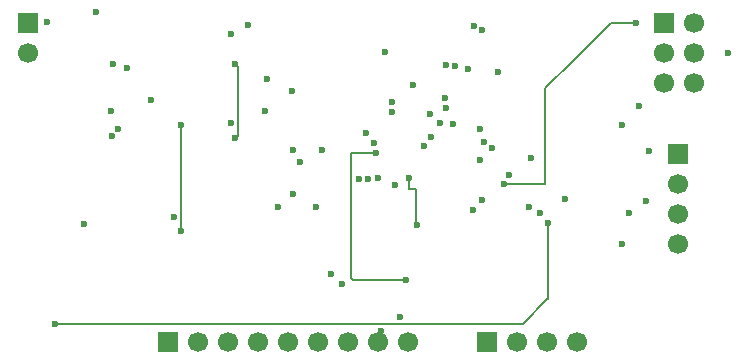
<source format=gbr>
%TF.GenerationSoftware,KiCad,Pcbnew,9.0.2*%
%TF.CreationDate,2025-06-26T23:30:40+05:30*%
%TF.ProjectId,MCU data logger,4d435520-6461-4746-9120-6c6f67676572,VERSION 1*%
%TF.SameCoordinates,Original*%
%TF.FileFunction,Copper,L2,Inr*%
%TF.FilePolarity,Positive*%
%FSLAX46Y46*%
G04 Gerber Fmt 4.6, Leading zero omitted, Abs format (unit mm)*
G04 Created by KiCad (PCBNEW 9.0.2) date 2025-06-26 23:30:40*
%MOMM*%
%LPD*%
G01*
G04 APERTURE LIST*
%TA.AperFunction,ComponentPad*%
%ADD10R,1.700000X1.700000*%
%TD*%
%TA.AperFunction,ComponentPad*%
%ADD11C,1.700000*%
%TD*%
%TA.AperFunction,ViaPad*%
%ADD12C,0.600000*%
%TD*%
%TA.AperFunction,Conductor*%
%ADD13C,0.200000*%
%TD*%
G04 APERTURE END LIST*
D10*
%TO.N,GND*%
%TO.C,J3*%
X150600000Y-78770000D03*
D11*
%TO.N,/VCC*%
X153140000Y-78770000D03*
%TO.N,/RX*%
X155680000Y-78770000D03*
%TO.N,/TX*%
X158220000Y-78770000D03*
%TD*%
D10*
%TO.N,/MISO*%
%TO.C,J4*%
X165630000Y-51790000D03*
D11*
%TO.N,/VCC*%
X168170000Y-51790000D03*
%TO.N,/SCK*%
X165630000Y-54330000D03*
%TO.N,/MOSI*%
X168170000Y-54330000D03*
%TO.N,/RESET*%
X165630000Y-56870000D03*
%TO.N,GND*%
X168170000Y-56870000D03*
%TD*%
D10*
%TO.N,GND*%
%TO.C,BT1*%
X111770000Y-51785000D03*
D11*
%TO.N,/VCC*%
X111770000Y-54325000D03*
%TD*%
D10*
%TO.N,GND*%
%TO.C,J1*%
X166850000Y-62830000D03*
D11*
%TO.N,/VCC*%
X166850000Y-65370000D03*
%TO.N,/SDA*%
X166850000Y-67910000D03*
%TO.N,/SCK*%
X166850000Y-70450000D03*
%TD*%
D10*
%TO.N,/D2*%
%TO.C,J2*%
X123640000Y-78800000D03*
D11*
%TO.N,/D3*%
X126180000Y-78800000D03*
%TO.N,/D4*%
X128720000Y-78800000D03*
%TO.N,/D5*%
X131260000Y-78800000D03*
%TO.N,/D6*%
X133800000Y-78800000D03*
%TO.N,/D7*%
X136340000Y-78800000D03*
%TO.N,/D8*%
X138880000Y-78800000D03*
%TO.N,GND*%
X141420000Y-78800000D03*
%TO.N,/VCC*%
X143960000Y-78800000D03*
%TD*%
D12*
%TO.N,/VCC*%
X151030000Y-62340000D03*
X134140000Y-57550000D03*
X143280000Y-76620000D03*
X116480000Y-68770000D03*
X117500000Y-50830000D03*
X154350000Y-63200000D03*
X150059999Y-63368527D03*
X137450000Y-73030000D03*
X162089000Y-60420000D03*
X119434246Y-60723316D03*
X142040000Y-54240000D03*
%TO.N,GND*%
X131830000Y-59180000D03*
X119010000Y-55250000D03*
X122190000Y-58285000D03*
X132920000Y-67310000D03*
X118870000Y-61300000D03*
X113430000Y-51710000D03*
X118780000Y-59200000D03*
X134200000Y-66250000D03*
X130380000Y-51970000D03*
X128975735Y-52704265D03*
X150060000Y-60720000D03*
X134180000Y-62510000D03*
X150390000Y-61860000D03*
X157250000Y-66690000D03*
X138400000Y-73850000D03*
X131980000Y-56520000D03*
X145910000Y-61430000D03*
X136190000Y-67350000D03*
X146630000Y-60230000D03*
X147760001Y-60279451D03*
X120160000Y-55550000D03*
X164080000Y-66810000D03*
X145303890Y-62208472D03*
X140400000Y-61110000D03*
X164390000Y-62600000D03*
X141660000Y-77820000D03*
%TO.N,Net-(U4-PB6)*%
X143790000Y-73560000D03*
X141238000Y-62740000D03*
%TO.N,Net-(U4-PB7)*%
X144060000Y-64890000D03*
X142857468Y-65459203D03*
X141086037Y-61954565D03*
X144720000Y-68870000D03*
%TO.N,/SCK*%
X128950000Y-60269000D03*
X162090000Y-70470000D03*
X145850000Y-59430000D03*
X124760000Y-60370000D03*
X124770000Y-69380000D03*
X152500000Y-64640000D03*
%TO.N,Net-(D1-K)*%
X134800000Y-63530000D03*
X150237928Y-52381850D03*
%TO.N,Net-(D2-K)*%
X114090000Y-77220000D03*
X155780000Y-68670000D03*
%TO.N,/SDA*%
X129310000Y-61540000D03*
X149510000Y-52050000D03*
X162689000Y-67890000D03*
X149060000Y-55690000D03*
X151536382Y-55900000D03*
X129320000Y-55216765D03*
%TO.N,/D3*%
X142622902Y-58460102D03*
X140580526Y-64929072D03*
%TO.N,/D2*%
X139780656Y-64943627D03*
X144390000Y-57010000D03*
%TO.N,/D4*%
X141380000Y-64900000D03*
X142610000Y-59260000D03*
%TO.N,/TX*%
X154210000Y-67360000D03*
X147160000Y-58920000D03*
%TO.N,/RX*%
X147110000Y-58090000D03*
X149460000Y-67590000D03*
%TO.N,/RESET*%
X147910000Y-55380000D03*
X136670000Y-62554565D03*
X163490000Y-58780000D03*
X147160000Y-55300000D03*
%TO.N,/MOSI*%
X171020000Y-54330000D03*
X150210000Y-66760000D03*
%TO.N,/MISO*%
X163230000Y-51720000D03*
X152070000Y-65430000D03*
%TO.N,Net-(U3-SQW{slash}~INT)*%
X124170000Y-68150000D03*
X155150000Y-67820000D03*
%TD*%
D13*
%TO.N,Net-(U4-PB6)*%
X139090000Y-62740000D02*
X141238000Y-62740000D01*
X143790000Y-73560000D02*
X139280000Y-73560000D01*
X139090000Y-73370000D02*
X139090000Y-62740000D01*
X139280000Y-73560000D02*
X139260000Y-73540000D01*
X139260000Y-73540000D02*
X139090000Y-73370000D01*
%TO.N,Net-(U4-PB7)*%
X144640000Y-68790000D02*
X144640000Y-65840000D01*
X144040000Y-64910000D02*
X144060000Y-64890000D01*
X144720000Y-68870000D02*
X144640000Y-68790000D01*
X144640000Y-65840000D02*
X144040000Y-65840000D01*
X144040000Y-65840000D02*
X144040000Y-64910000D01*
%TO.N,/SCK*%
X124770000Y-60380000D02*
X124760000Y-60370000D01*
X124770000Y-69380000D02*
X124770000Y-60380000D01*
%TO.N,Net-(D2-K)*%
X155780000Y-68670000D02*
X155780000Y-75090000D01*
X155760000Y-75110000D02*
X153650000Y-77220000D01*
X153650000Y-77220000D02*
X114090000Y-77220000D01*
X155780000Y-75090000D02*
X155760000Y-75110000D01*
%TO.N,/SDA*%
X129550000Y-61300000D02*
X129310000Y-61540000D01*
X129550000Y-55446765D02*
X129550000Y-61300000D01*
X129320000Y-55216765D02*
X129550000Y-55446765D01*
%TO.N,/MISO*%
X155580000Y-57300000D02*
X155580000Y-65400000D01*
X155580000Y-65400000D02*
X152100000Y-65400000D01*
X158000000Y-54880000D02*
X155580000Y-57300000D01*
X152100000Y-65400000D02*
X152070000Y-65430000D01*
X161160000Y-51720000D02*
X158000000Y-54880000D01*
X163230000Y-51720000D02*
X161160000Y-51720000D01*
%TD*%
M02*

</source>
